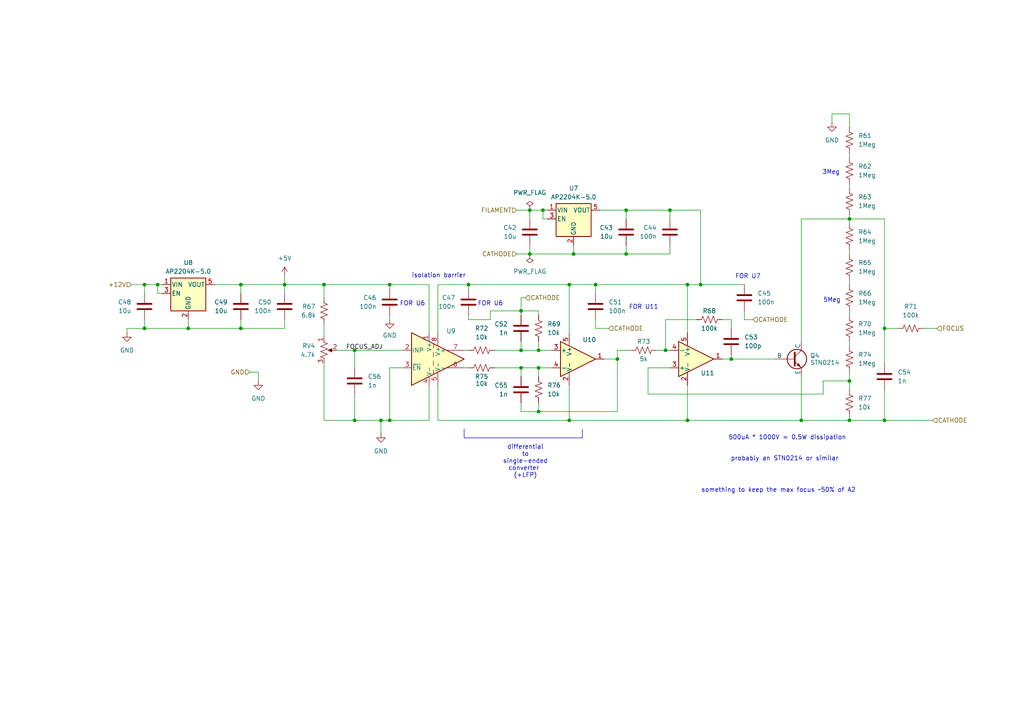
<source format=kicad_sch>
(kicad_sch (version 20250114) (generator "eeschema") (generator_version "9.0")
  (paper "A4")
  (lib_symbols
    (symbol "Amplifier_Difference:AMC1311" (pin_names (offset 0.127))
      (property "Reference" "U" (at 7.62 8.89 0))
      (property "Value" "AMC1311" (at 1.27 6.35 0))
      (symbol "AMC1311_0_1"
        (polyline (pts (xy -7.62 -7.62) (xy -7.62 7.62) (xy 7.62 0) (xy -7.62 -7.62)) (stroke (width 0.254)) (fill (type background)))
        (polyline (pts (xy -1.27 4.445) (xy -1.27 3.175)))
        (polyline (pts (xy -1.27 1.905) (xy -1.27 0.635)))
        (polyline (pts (xy -1.27 -0.635) (xy -1.27 -1.905)))
        (polyline (pts (xy -1.27 -3.175) (xy -1.27 -4.445)))
      )
      (symbol "AMC1311_1_1"
        (pin input line (at -10.16 2.54 0) (length 2.54) (name "INP") (number "2"))
        (pin input line (at -10.16 -2.54 0) (length 2.54) (name "~{EN}") (number "3"))
        (pin power_in line (at -2.54 7.62 270) (length 2.54) (name "V+") (number "1"))
        (pin power_in line (at -2.54 -7.62 90) (length 2.54) (name "V-") (number "4"))
        (pin power_in line (at 0 7.62 270) (length 3.81) (name "V+") (number "8"))
        (pin power_in line (at 0 -7.62 90) (length 3.81) (name "V-") (number "5"))
        (pin output line (at 7.62 2.54 180) (length 5.08) (name "+") (number "7"))
        (pin output line (at 7.62 -2.54 180) (length 5.08) (name "-") (number "6"))
      )
    )
    (symbol "Amplifier_Operational:TLV2371DBV" (pin_names (offset 0.127))
      (property "Reference" "U" (at -1.27 6.35 0))
      (property "Value" "TLV2371DBV" (at -1.27 3.81 0))
      (symbol "TLV2371DBV_0_1"
        (polyline (pts (xy -5.08 5.08) (xy 5.08 0) (xy -5.08 -5.08) (xy -5.08 5.08)) (stroke (width 0.254)) (fill (type background)))
        (pin power_in line (at -2.54 7.62 270) (length 3.81) (name "V+") (number "5"))
        (pin power_in line (at -2.54 -7.62 90) (length 3.81) (name "V-") (number "2"))
      )
      (symbol "TLV2371DBV_1_1"
        (pin input line (at -7.62 2.54 0) (length 2.54) (name "+") (number "3"))
        (pin input line (at -7.62 -2.54 0) (length 2.54) (name "-") (number "4"))
        (pin output line (at 7.62 0 180) (length 2.54) (name "~") (number "1"))
      )
    )
    (symbol "Device:C" (pin_numbers (hide yes)) (pin_names (offset 0.254))
      (property "Reference" "C" (at 0.635 2.54 0))
      (property "Value" "C" (at 0.635 -2.54 0))
      (symbol "C_0_1"
        (polyline (pts (xy -2.032 0.762) (xy 2.032 0.762)) (stroke (width 0.508)))
        (polyline (pts (xy -2.032 -0.762) (xy 2.032 -0.762)) (stroke (width 0.508)))
      )
      (symbol "C_1_1"
        (pin passive line (at 0 3.81 270) (length 2.794) (name "~") (number "1"))
        (pin passive line (at 0 -3.81 90) (length 2.794) (name "~") (number "2"))
      )
    )
    (symbol "Device:R_Potentiometer_US" (pin_names (offset 1.016) (hide yes))
      (property "Reference" "RV" (at -4.445 0 90))
      (property "Value" "R_Potentiometer_US" (at -2.54 0 90))
      (symbol "R_Potentiometer_US_0_1"
        (polyline (pts (xy 0 2.54) (xy 0 2.286)))
        (polyline (pts (xy 0 2.286) (xy 1.016 1.905) (xy 0 1.524) (xy -1.016 1.143) (xy 0 0.762)))
        (polyline (pts (xy 0 0.762) (xy 1.016 0.381) (xy 0 0) (xy -1.016 -0.381) (xy 0 -0.762)))
        (polyline (pts (xy 0 -0.762) (xy 1.016 -1.143) (xy 0 -1.524) (xy -1.016 -1.905) (xy 0 -2.286)))
        (polyline (pts (xy 0 -2.286) (xy 0 -2.54)))
        (polyline (pts (xy 1.143 0) (xy 2.286 0.508) (xy 2.286 -0.508) (xy 1.143 0)) (fill (type outline)))
        (polyline (pts (xy 2.54 0) (xy 1.524 0)))
      )
      (symbol "R_Potentiometer_US_1_1"
        (pin passive line (at 0 3.81 270) (length 1.27) (name "1") (number "1"))
        (pin passive line (at 0 -3.81 90) (length 1.27) (name "3") (number "3"))
        (pin passive line (at 3.81 0 180) (length 1.27) (name "2") (number "2"))
      )
    )
    (symbol "Device:R_US" (pin_numbers (hide yes)) (pin_names (offset 0))
      (property "Reference" "R" (at 2.54 0 90))
      (property "Value" "R_US" (at -2.54 0 90))
      (symbol "R_US_0_1"
        (polyline (pts (xy 0 2.286) (xy 0 2.54)))
        (polyline (pts (xy 0 2.286) (xy 1.016 1.905) (xy 0 1.524) (xy -1.016 1.143) (xy 0 0.762)))
        (polyline (pts (xy 0 0.762) (xy 1.016 0.381) (xy 0 0) (xy -1.016 -0.381) (xy 0 -0.762)))
        (polyline (pts (xy 0 -0.762) (xy 1.016 -1.143) (xy 0 -1.524) (xy -1.016 -1.905) (xy 0 -2.286)))
        (polyline (pts (xy 0 -2.286) (xy 0 -2.54)))
      )
      (symbol "R_US_1_1"
        (pin passive line (at 0 3.81 270) (length 1.27) (name "~") (number "1"))
        (pin passive line (at 0 -3.81 90) (length 1.27) (name "~") (number "2"))
      )
    )
    (symbol "Regulator_Linear:AP2204K-5.0" (pin_names (offset 0.254))
      (property "Reference" "U" (at -5.08 5.715 0))
      (property "Value" "AP2204K-5.0" (at 0 5.715 0))
      (symbol "AP2204K-5.0_0_1"
        (rectangle (start -5.08 4.445) (end 5.08 -5.08) (stroke (width 0.254)) (fill (type background)))
      )
      (symbol "AP2204K-5.0_1_1"
        (pin power_in line (at -7.62 2.54 0) (length 2.54) (name "VIN") (number "1"))
        (pin input line (at -7.62 0 0) (length 2.54) (name "EN") (number "3"))
        (pin power_in line (at 0 -7.62 90) (length 2.54) (name "GND") (number "2"))
        (pin no_connect line (at 5.08 0 180) (length 2.54) (hide yes) (name "NC") (number "4"))
        (pin power_out line (at 7.62 2.54 180) (length 2.54) (name "VOUT") (number "5"))
      )
    )
    (symbol "Simulation_SPICE:NPN" (pin_numbers (hide yes)) (pin_names (offset 0))
      (property "Reference" "Q" (at -2.54 7.62 0))
      (property "Value" "NPN" (at -2.54 5.08 0))
      (symbol "NPN_0_1"
        (polyline (pts (xy -2.54 0) (xy 0.635 0)) (stroke (width 0.1524)))
        (polyline (pts (xy 0.635 1.905) (xy 0.635 -1.905) (xy 0.635 -1.905)) (stroke (width 0.508)))
        (polyline (pts (xy 0.635 0.635) (xy 2.54 2.54)))
        (polyline (pts (xy 0.635 -0.635) (xy 2.54 -2.54) (xy 2.54 -2.54)))
        (circle (center 1.27 0) (radius 2.8194) (stroke (width 0.254)))
        (polyline (pts (xy 1.27 -1.778) (xy 1.778 -1.27) (xy 2.286 -2.286) (xy 1.27 -1.778) (xy 1.27 -1.778)) (fill (type outline)))
        (polyline (pts (xy 2.794 -1.27) (xy 2.794 -1.27)) (stroke (width 0.1524)))
        (polyline (pts (xy 2.794 -1.27) (xy 2.794 -1.27)) (stroke (width 0.1524)))
      )
      (symbol "NPN_1_1"
        (pin input line (at -5.08 0 0) (length 2.54) (name "B") (number "2"))
        (pin open_collector line (at 2.54 5.08 270) (length 2.54) (name "C") (number "1"))
        (pin open_emitter line (at 2.54 -5.08 90) (length 2.54) (name "E") (number "3"))
      )
    )
    (symbol "TLV2371DBV_1" (pin_names (offset 0.127))
      (property "Reference" "U7" (at 12.7 6.4202 0))
      (property "Value" "TLV2371DBV" (at 12.7 3.8802 0))
      (symbol "TLV2371DBV_1_0_1"
        (polyline (pts (xy -5.08 5.08) (xy 5.08 0) (xy -5.08 -5.08) (xy -5.08 5.08)) (stroke (width 0.254)) (fill (type background)))
        (pin power_in line (at -2.54 7.62 270) (length 3.81) (name "V+") (number "5"))
        (pin power_in line (at -2.54 -7.62 90) (length 3.81) (name "V-") (number "2"))
      )
      (symbol "TLV2371DBV_1_1_1"
        (pin input line (at -7.62 2.54 0) (length 2.54) (name "-") (number "4"))
        (pin input line (at -7.62 -2.54 0) (length 2.54) (name "+") (number "3"))
        (pin output line (at 7.62 0 180) (length 2.54) (name "~") (number "1"))
      )
    )
    (symbol "power:+5V" (power) (pin_numbers (hide yes)) (pin_names (offset 0) (hide yes))
      (property "Value" "+5V" (at 0 3.556 0))
      (symbol "+5V_0_1"
        (polyline (pts (xy -0.762 1.27) (xy 0 2.54)))
        (polyline (pts (xy 0 2.54) (xy 0.762 1.27)))
        (polyline (pts (xy 0 0) (xy 0 2.54)))
      )
      (symbol "+5V_1_1"
        (pin power_in line (at 0 0 90) (length 0) (name "~") (number "1"))
      )
    )
    (symbol "power:GND" (power) (pin_numbers (hide yes)) (pin_names (offset 0) (hide yes))
      (property "Value" "GND" (at 0 -3.81 0))
      (symbol "GND_0_1"
        (polyline (pts (xy 0 0) (xy 0 -1.27) (xy 1.27 -1.27) (xy 0 -2.54) (xy -1.27 -1.27) (xy 0 -1.27)))
      )
      (symbol "GND_1_1"
        (pin power_in line (at 0 0 270) (length 0) (name "~") (number "1"))
      )
    )
    (symbol "power:PWR_FLAG" (power) (pin_numbers (hide yes)) (pin_names (offset 0) (hide yes))
      (property "Value" "PWR_FLAG" (at 0 3.81 0))
      (symbol "PWR_FLAG_0_0"
        (pin power_out line (at 0 0 90) (length 0) (name "~") (number "1"))
      )
      (symbol "PWR_FLAG_0_1"
        (polyline (pts (xy 0 0) (xy 0 1.27) (xy -1.016 1.905) (xy 0 2.54) (xy 1.016 1.905) (xy 0 1.27)))
      )
    )
  )
  (text "isolation barrier" (at 127.254 80.01 0) (effects (font (size 1.27 1.27))))
  (text "probably an STN0214 or similar" (at 227.584 133.096 0) (effects (font (size 1.27 1.27))))
  (text "differential\nto\nsingle-ended\nconverter \n(+LFP)" (at 152.4 133.858 0) (effects (font (size 1.27 1.27))))
  (text "something to keep the max focus ~50% of A2" (at 225.806 142.24 0) (effects (font (size 1.27 1.27))))
  (text "FOR U11" (at 186.69 89.154 0) (effects (font (size 1.27 1.27))))
  (text "3Meg" (at 241.046 50.038 0) (effects (font (size 1.27 1.27))))
  (text "FOR U7" (at 216.916 80.264 0) (effects (font (size 1.27 1.27))))
  (text "FOR U6" (at 142.24 88.138 0) (effects (font (size 1.27 1.27))))
  (text "500uA * 1000V = 0.5W dissipation" (at 228.346 127 0) (effects (font (size 1.27 1.27))))
  (text "FOR U6" (at 119.634 88.138 0) (effects (font (size 1.27 1.27))))
  (text "5Meg" (at 241.3 87.122 0) (effects (font (size 1.27 1.27))))
  (junction (at 54.61 95.25))
  (junction (at 156.21 119.38))
  (junction (at 151.13 90.17))
  (junction (at 156.21 101.6))
  (junction (at 102.87 121.92))
  (junction (at 194.31 60.96))
  (junction (at 151.13 101.6))
  (junction (at 113.03 82.55))
  (junction (at 165.1 82.55))
  (junction (at 82.55 82.55))
  (junction (at 157.48 60.96))
  (junction (at 156.21 106.68))
  (junction (at 41.91 95.25))
  (junction (at 179.07 104.14))
  (junction (at 113.03 121.92))
  (junction (at 256.54 121.92))
  (junction (at 165.1 121.92))
  (junction (at 256.54 95.25))
  (junction (at 69.85 95.25))
  (junction (at 151.13 106.68))
  (junction (at 246.38 110.49))
  (junction (at 110.49 121.92))
  (junction (at 153.67 60.96))
  (junction (at 246.38 121.92))
  (junction (at 203.2 82.55))
  (junction (at 166.37 73.66))
  (junction (at 199.39 82.55))
  (junction (at 232.41 121.92))
  (junction (at 69.85 82.55))
  (junction (at 45.72 82.55))
  (junction (at 102.87 101.6))
  (junction (at 135.89 82.55))
  (junction (at 172.72 82.55))
  (junction (at 181.61 73.66))
  (junction (at 199.39 121.92))
  (junction (at 212.09 104.14))
  (junction (at 246.38 63.5))
  (junction (at 93.98 82.55))
  (junction (at 41.91 82.55))
  (junction (at 181.61 60.96))
  (junction (at 153.67 73.66))
  (junction (at 193.04 101.6))
  (wire (pts (xy 69.85 82.55) (xy 82.55 82.55)))
  (wire (pts (xy 151.13 90.17) (xy 156.21 90.17)))
  (wire (pts (xy 246.38 81.28) (xy 246.38 82.55)))
  (wire (pts (xy 246.38 90.17) (xy 246.38 91.44)))
  (wire (pts (xy 149.86 73.66) (xy 153.67 73.66)))
  (wire (pts (xy 93.98 82.55) (xy 113.03 82.55)))
  (wire (pts (xy 110.49 121.92) (xy 110.49 125.73)))
  (wire (pts (xy 113.03 106.68) (xy 113.03 121.92)))
  (wire (pts (xy 156.21 90.17) (xy 156.21 91.44)))
  (wire (pts (xy 151.13 90.17) (xy 151.13 91.44)))
  (wire (pts (xy 69.85 95.25) (xy 82.55 95.25)))
  (wire (pts (xy 143.51 101.6) (xy 151.13 101.6)))
  (wire (pts (xy 36.83 95.25) (xy 41.91 95.25)))
  (wire (pts (xy 246.38 121.92) (xy 256.54 121.92)))
  (wire (pts (xy 36.83 96.52) (xy 36.83 95.25)))
  (wire (pts (xy 199.39 121.92) (xy 232.41 121.92)))
  (wire (pts (xy 172.72 95.25) (xy 172.72 92.71)))
  (wire (pts (xy 156.21 116.84) (xy 156.21 119.38)))
  (wire (pts (xy 82.55 82.55) (xy 93.98 82.55)))
  (wire (pts (xy 172.72 82.55) (xy 172.72 85.09)))
  (wire (pts (xy 246.38 63.5) (xy 246.38 64.77)))
  (wire (pts (xy 209.55 92.71) (xy 212.09 92.71)))
  (wire (pts (xy 172.72 82.55) (xy 199.39 82.55)))
  (wire (pts (xy 142.24 92.71) (xy 142.24 90.17)))
  (wire (pts (xy 241.3 33.02) (xy 241.3 35.56)))
  (wire (pts (xy 194.31 106.68) (xy 187.96 106.68)))
  (wire (pts (xy 190.5 101.6) (xy 193.04 101.6)))
  (wire (pts (xy 165.1 111.76) (xy 165.1 121.92)))
  (wire (pts (xy 153.67 73.66) (xy 166.37 73.66)))
  (wire (pts (xy 238.76 114.3) (xy 187.96 114.3)))
  (wire (pts (xy 124.46 121.92) (xy 113.03 121.92)))
  (wire (pts (xy 93.98 82.55) (xy 93.98 86.36)))
  (wire (pts (xy 72.39 107.95) (xy 74.93 107.95)))
  (wire (pts (xy 45.72 82.55) (xy 46.99 82.55)))
  (wire (pts (xy 151.13 101.6) (xy 156.21 101.6)))
  (wire (pts (xy 165.1 121.92) (xy 199.39 121.92)))
  (wire (pts (xy 143.51 106.68) (xy 151.13 106.68)))
  (wire (pts (xy 166.37 71.12) (xy 166.37 73.66)))
  (wire (pts (xy 158.75 63.5) (xy 157.48 63.5)))
  (wire (pts (xy 215.9 82.55) (xy 203.2 82.55)))
  (wire (pts (xy 135.89 82.55) (xy 165.1 82.55)))
  (wire (pts (xy 45.72 85.09) (xy 45.72 82.55)))
  (wire (pts (xy 203.2 82.55) (xy 199.39 82.55)))
  (wire (pts (xy 179.07 104.14) (xy 179.07 101.6)))
  (wire (pts (xy 156.21 106.68) (xy 156.21 109.22)))
  (wire (pts (xy 113.03 82.55) (xy 113.03 83.82)))
  (wire (pts (xy 156.21 106.68) (xy 160.02 106.68)))
  (wire (pts (xy 157.48 63.5) (xy 157.48 60.96)))
  (wire (pts (xy 246.38 99.06) (xy 246.38 100.33)))
  (wire (pts (xy 193.04 101.6) (xy 194.31 101.6)))
  (wire (pts (xy 256.54 95.25) (xy 256.54 105.41)))
  (wire (pts (xy 41.91 82.55) (xy 45.72 82.55)))
  (wire (pts (xy 256.54 121.92) (xy 270.51 121.92)))
  (wire (pts (xy 151.13 106.68) (xy 156.21 106.68)))
  (wire (pts (xy 151.13 86.36) (xy 151.13 90.17)))
  (wire (pts (xy 181.61 73.66) (xy 194.31 73.66)))
  (wire (pts (xy 212.09 92.71) (xy 212.09 95.25)))
  (wire (pts (xy 179.07 119.38) (xy 179.07 104.14)))
  (wire (pts (xy 201.93 92.71) (xy 193.04 92.71)))
  (wire (pts (xy 38.1 82.55) (xy 41.91 82.55)))
  (wire (pts (xy 179.07 101.6) (xy 182.88 101.6)))
  (wire (pts (xy 181.61 73.66) (xy 181.61 71.12)))
  (wire (pts (xy 173.99 60.96) (xy 181.61 60.96)))
  (wire (pts (xy 151.13 106.68) (xy 151.13 109.22)))
  (wire (pts (xy 246.38 53.34) (xy 246.38 54.61)))
  (wire (pts (xy 194.31 60.96) (xy 203.2 60.96)))
  (wire (pts (xy 113.03 91.44) (xy 113.03 92.71)))
  (wire (pts (xy 62.23 82.55) (xy 69.85 82.55)))
  (wire (pts (xy 246.38 63.5) (xy 256.54 63.5)))
  (wire (pts (xy 135.89 92.71) (xy 142.24 92.71)))
  (wire (pts (xy 232.41 121.92) (xy 246.38 121.92)))
  (polyline (pts (xy 134.62 124.46) (xy 134.62 127)))
  (wire (pts (xy 54.61 92.71) (xy 54.61 95.25)))
  (wire (pts (xy 215.9 92.71) (xy 218.44 92.71)))
  (wire (pts (xy 41.91 82.55) (xy 41.91 85.09)))
  (wire (pts (xy 165.1 82.55) (xy 165.1 96.52)))
  (wire (pts (xy 127 82.55) (xy 135.89 82.55)))
  (wire (pts (xy 181.61 60.96) (xy 194.31 60.96)))
  (wire (pts (xy 134.62 101.6) (xy 135.89 101.6)))
  (wire (pts (xy 102.87 121.92) (xy 110.49 121.92)))
  (wire (pts (xy 93.98 121.92) (xy 93.98 105.41)))
  (wire (pts (xy 153.67 60.96) (xy 153.67 63.5)))
  (wire (pts (xy 175.26 104.14) (xy 179.07 104.14)))
  (wire (pts (xy 212.09 104.14) (xy 224.79 104.14)))
  (wire (pts (xy 246.38 62.23) (xy 246.38 63.5)))
  (wire (pts (xy 246.38 110.49) (xy 238.76 110.49)))
  (wire (pts (xy 199.39 111.76) (xy 199.39 121.92)))
  (wire (pts (xy 193.04 92.71) (xy 193.04 101.6)))
  (wire (pts (xy 246.38 72.39) (xy 246.38 73.66)))
  (wire (pts (xy 246.38 44.45) (xy 246.38 45.72)))
  (polyline (pts (xy 134.62 127) (xy 168.91 127)))
  (wire (pts (xy 153.67 60.96) (xy 157.48 60.96)))
  (wire (pts (xy 267.97 95.25) (xy 271.78 95.25)))
  (wire (pts (xy 93.98 121.92) (xy 102.87 121.92)))
  (wire (pts (xy 116.84 106.68) (xy 113.03 106.68)))
  (wire (pts (xy 153.67 71.12) (xy 153.67 73.66)))
  (wire (pts (xy 127 111.76) (xy 127 121.92)))
  (wire (pts (xy 241.3 33.02) (xy 246.38 33.02)))
  (wire (pts (xy 212.09 102.87) (xy 212.09 104.14)))
  (wire (pts (xy 135.89 106.68) (xy 134.62 106.68)))
  (wire (pts (xy 156.21 119.38) (xy 179.07 119.38)))
  (wire (pts (xy 157.48 60.96) (xy 158.75 60.96)))
  (wire (pts (xy 113.03 121.92) (xy 110.49 121.92)))
  (wire (pts (xy 41.91 92.71) (xy 41.91 95.25)))
  (polyline (pts (xy 168.91 124.46) (xy 168.91 127)))
  (wire (pts (xy 82.55 82.55) (xy 82.55 85.09)))
  (wire (pts (xy 166.37 73.66) (xy 181.61 73.66)))
  (wire (pts (xy 232.41 109.22) (xy 232.41 121.92)))
  (wire (pts (xy 41.91 95.25) (xy 54.61 95.25)))
  (wire (pts (xy 232.41 63.5) (xy 246.38 63.5)))
  (wire (pts (xy 215.9 90.17) (xy 215.9 92.71)))
  (wire (pts (xy 102.87 114.3) (xy 102.87 121.92)))
  (wire (pts (xy 256.54 95.25) (xy 260.35 95.25)))
  (wire (pts (xy 149.86 60.96) (xy 153.67 60.96)))
  (wire (pts (xy 209.55 104.14) (xy 212.09 104.14)))
  (wire (pts (xy 194.31 73.66) (xy 194.31 71.12)))
  (wire (pts (xy 142.24 90.17) (xy 151.13 90.17)))
  (wire (pts (xy 82.55 80.01) (xy 82.55 82.55)))
  (wire (pts (xy 238.76 110.49) (xy 238.76 114.3)))
  (wire (pts (xy 152.4 86.36) (xy 151.13 86.36)))
  (wire (pts (xy 82.55 95.25) (xy 82.55 92.71)))
  (wire (pts (xy 93.98 93.98) (xy 93.98 97.79)))
  (wire (pts (xy 54.61 95.25) (xy 69.85 95.25)))
  (wire (pts (xy 199.39 82.55) (xy 199.39 96.52)))
  (wire (pts (xy 46.99 85.09) (xy 45.72 85.09)))
  (wire (pts (xy 165.1 82.55) (xy 172.72 82.55)))
  (wire (pts (xy 246.38 36.83) (xy 246.38 33.02)))
  (wire (pts (xy 246.38 107.95) (xy 246.38 110.49)))
  (wire (pts (xy 74.93 107.95) (xy 74.93 110.49)))
  (wire (pts (xy 151.13 99.06) (xy 151.13 101.6)))
  (wire (pts (xy 246.38 120.65) (xy 246.38 121.92)))
  (wire (pts (xy 113.03 82.55) (xy 124.46 82.55)))
  (wire (pts (xy 124.46 82.55) (xy 124.46 96.52)))
  (wire (pts (xy 156.21 99.06) (xy 156.21 101.6)))
  (wire (pts (xy 256.54 63.5) (xy 256.54 95.25)))
  (wire (pts (xy 135.89 82.55) (xy 135.89 83.82)))
  (wire (pts (xy 69.85 95.25) (xy 69.85 92.71)))
  (wire (pts (xy 102.87 101.6) (xy 116.84 101.6)))
  (wire (pts (xy 135.89 91.44) (xy 135.89 92.71)))
  (wire (pts (xy 181.61 60.96) (xy 181.61 63.5)))
  (wire (pts (xy 127 121.92) (xy 165.1 121.92)))
  (wire (pts (xy 151.13 119.38) (xy 156.21 119.38)))
  (wire (pts (xy 124.46 111.76) (xy 124.46 121.92)))
  (wire (pts (xy 127 82.55) (xy 127 96.52)))
  (wire (pts (xy 203.2 60.96) (xy 203.2 82.55)))
  (wire (pts (xy 172.72 95.25) (xy 176.53 95.25)))
  (wire (pts (xy 187.96 106.68) (xy 187.96 114.3)))
  (wire (pts (xy 69.85 82.55) (xy 69.85 85.09)))
  (wire (pts (xy 97.79 101.6) (xy 102.87 101.6)))
  (wire (pts (xy 256.54 113.03) (xy 256.54 121.92)))
  (wire (pts (xy 232.41 99.06) (xy 232.41 63.5)))
  (wire (pts (xy 194.31 60.96) (xy 194.31 63.5)))
  (wire (pts (xy 102.87 101.6) (xy 102.87 106.68)))
  (wire (pts (xy 151.13 116.84) (xy 151.13 119.38)))
  (wire (pts (xy 156.21 101.6) (xy 160.02 101.6)))
  (wire (pts (xy 246.38 110.49) (xy 246.38 113.03)))
  (label "FOCUS_ADJ" (at 100.33 101.6 0))
  (hierarchical_label "CATHODE" (shape input) (at 149.86 73.66 180))
  (hierarchical_label "CATHODE" (shape input) (at 152.4 86.36 0))
  (hierarchical_label "FOCUS" (shape input) (at 271.78 95.25 0))
  (hierarchical_label "GND" (shape input) (at 72.39 107.95 180))
  (hierarchical_label "CATHODE" (shape input) (at 270.51 121.92 0))
  (hierarchical_label "CATHODE" (shape input) (at 176.53 95.25 0))
  (hierarchical_label "CATHODE" (shape input) (at 218.44 92.71 0))
  (hierarchical_label "FILAMENT" (shape input) (at 149.86 60.96 180))
  (hierarchical_label "+12V" (shape input) (at 38.1 82.55 180))
  (symbol (lib_id "Device:R_US") (at 156.21 113.03 0) (unit 1)
    (property "Reference" "R76" (at 158.75 111.7599 0) (effects (justify left)))
    (property "Value" "10k" (at 158.75 114.2999 0) (effects (justify left)))
    (property "Footprint" "Resistor_SMD:R_0603_1608Metric" (effects (hide yes)))
    (property "Description" "Resistor, US symbol" (effects (hide yes)))
  )
  (symbol (lib_id "Device:C") (at 113.03 87.63 0) (mirror y) (unit 1)
    (property "Reference" "C46" (at 109.22 86.3599 0) (effects (justify left)))
    (property "Value" "100n" (at 109.22 88.8999 0) (effects (justify left)))
    (property "Footprint" "Capacitor_SMD:C_0603_1608Metric" (effects (hide yes)))
    (property "Description" "Unpolarized capacitor" (effects (hide yes)))
  )
  (symbol (lib_id "Device:R_US") (at 246.38 58.42 0) (unit 1)
    (property "Reference" "R63" (at 248.92 57.1499 0) (effects (justify left)))
    (property "Value" "1Meg" (at 248.92 59.6899 0) (effects (justify left)))
    (property "Footprint" "Resistor_SMD:R_1206_3216Metric" (effects (hide yes)))
    (property "Description" "Resistor, US symbol" (effects (hide yes)))
  )
  (symbol (lib_id "power:GND") (at 110.49 125.73 0) (unit 1)
    (property "Reference" "#PWR050" (effects (hide yes)))
    (property "Value" "GND" (at 110.49 130.81 0))
    (property "Description" "Power symbol creates a global label with name \"GND\" , ground" (effects (hide yes)))
  )
  (symbol (lib_name "TLV2371DBV_1") (lib_id "Amplifier_Operational:TLV2371DBV") (at 201.93 104.14 0) (unit 1)
    (property "Reference" "U11" (at 205.232 108.204 0))
    (property "Value" "TLV314QDBVR" (effects (hide yes)))
    (property "Footprint" "Package_TO_SOT_SMD:SOT-23-5" (effects (hide yes)))
    (property "Datasheet" "http://www.ti.com/lit/ds/symlink/tlv2375.pdf" (effects (hide yes)))
    (property "Description" "Rail-to-Rail Input/Output Operational Amplifier, SOT-23-5" (effects (hide yes)))
  )
  (symbol (lib_id "Regulator_Linear:AP2204K-5.0") (at 166.37 63.5 0) (unit 1)
    (property "Reference" "U7" (at 166.37 54.61 0))
    (property "Value" "AP2204K-5.0" (at 166.37 57.15 0))
    (property "Footprint" "Package_TO_SOT_SMD:SOT-23-5" (effects (hide yes)))
    (property "Datasheet" "https://www.diodes.com/assets/Datasheets/AP2204.pdf" (effects (hide yes)))
    (property "Description" "150mA low dropout linear regulator, wide input voltage range, 5.0V fixed positive output, SOT-23-5" (effects (hide yes)))
  )
  (symbol (lib_id "Device:C") (at 194.31 67.31 0) (mirror y) (unit 1)
    (property "Reference" "C44" (at 190.5 66.0399 0) (effects (justify left)))
    (property "Value" "100n" (at 190.5 68.5799 0) (effects (justify left)))
    (property "Footprint" "Capacitor_SMD:C_0603_1608Metric" (effects (hide yes)))
    (property "Description" "Unpolarized capacitor" (effects (hide yes)))
  )
  (symbol (lib_id "power:PWR_FLAG") (at 153.67 60.96 0) (unit 1)
    (property "Reference" "#FLG04" (effects (hide yes)))
    (property "Value" "PWR_FLAG" (at 153.67 55.88 0))
    (property "Description" "Special symbol for telling ERC where power comes from" (effects (hide yes)))
  )
  (symbol (lib_id "Device:C") (at 256.54 109.22 0) (unit 1)
    (property "Reference" "C54" (at 260.35 107.9499 0) (effects (justify left)))
    (property "Value" "1n" (at 260.35 110.4899 0) (effects (justify left)))
    (property "Footprint" "Capacitor_SMD:C_1206_3216Metric" (effects (hide yes)))
    (property "Description" "Unpolarized capacitor" (effects (hide yes)))
  )
  (symbol (lib_id "Device:C") (at 135.89 87.63 0) (mirror y) (unit 1)
    (property "Reference" "C47" (at 132.08 86.3599 0) (effects (justify left)))
    (property "Value" "100n" (at 132.08 88.8999 0) (effects (justify left)))
    (property "Footprint" "Capacitor_SMD:C_0603_1608Metric" (effects (hide yes)))
    (property "Description" "Unpolarized capacitor" (effects (hide yes)))
  )
  (symbol (lib_id "Device:R_US") (at 156.21 95.25 0) (unit 1)
    (property "Reference" "R69" (at 158.75 93.9799 0) (effects (justify left)))
    (property "Value" "10k" (at 158.75 96.5199 0) (effects (justify left)))
    (property "Footprint" "Resistor_SMD:R_0603_1608Metric" (effects (hide yes)))
    (property "Description" "Resistor, US symbol" (effects (hide yes)))
  )
  (symbol (lib_id "Device:R_US") (at 246.38 40.64 0) (unit 1)
    (property "Reference" "R61" (at 248.92 39.3699 0) (effects (justify left)))
    (property "Value" "1Meg" (at 248.92 41.9099 0) (effects (justify left)))
    (property "Footprint" "Resistor_SMD:R_1206_3216Metric" (effects (hide yes)))
    (property "Description" "Resistor, US symbol" (effects (hide yes)))
  )
  (symbol (lib_id "Amplifier_Difference:AMC1311") (at 127 104.14 0) (unit 1)
    (property "Reference" "U9" (at 130.81 96.012 0))
    (property "Value" "AMC1311" (effects (hide yes)))
    (property "Footprint" "Package_SO:SOIC-8_7.5x5.85mm_P1.27mm" (effects (hide yes)))
    (property "Datasheet" "http://www.ti.com/lit/ds/symlink/amc1100.pdf" (effects (hide yes)))
    (property "Description" "Fully-differential isolated amplifier, fixed gain = 8, peak isolation voltage 4250V, transient immunity 2.5kV/us, UL1577/IEC60747-5-2 approved, SOIC-8" (effects (hide yes)))
  )
  (symbol (lib_id "Device:R_US") (at 93.98 90.17 0) (unit 1)
    (property "Reference" "R67" (at 87.63 88.9 0) (effects (justify left)))
    (property "Value" "6.8k" (at 87.376 91.44 0) (effects (justify left)))
    (property "Footprint" "Resistor_SMD:R_0603_1608Metric" (effects (hide yes)))
    (property "Description" "Resistor, US symbol" (effects (hide yes)))
  )
  (symbol (lib_id "Device:R_US") (at 246.38 86.36 0) (unit 1)
    (property "Reference" "R66" (at 248.92 85.0899 0) (effects (justify left)))
    (property "Value" "1Meg" (at 248.92 87.6299 0) (effects (justify left)))
    (property "Footprint" "Resistor_SMD:R_1206_3216Metric" (effects (hide yes)))
    (property "Description" "Resistor, US symbol" (effects (hide yes)))
  )
  (symbol (lib_id "Device:R_US") (at 246.38 104.14 0) (unit 1)
    (property "Reference" "R74" (at 248.92 102.8699 0) (effects (justify left)))
    (property "Value" "1Meg" (at 248.92 105.4099 0) (effects (justify left)))
    (property "Footprint" "Resistor_SMD:R_1206_3216Metric" (effects (hide yes)))
    (property "Description" "Resistor, US symbol" (effects (hide yes)))
  )
  (symbol (lib_id "Device:R_US") (at 139.7 101.6 90) (unit 1)
    (property "Reference" "R72" (at 139.7 95.25 90))
    (property "Value" "10k" (at 139.7 97.79 90))
    (property "Footprint" "Resistor_SMD:R_0603_1608Metric" (effects (hide yes)))
    (property "Description" "Resistor, US symbol" (effects (hide yes)))
  )
  (symbol (lib_id "Device:R_US") (at 246.38 77.47 0) (unit 1)
    (property "Reference" "R65" (at 248.92 76.1999 0) (effects (justify left)))
    (property "Value" "1Meg" (at 248.92 78.7399 0) (effects (justify left)))
    (property "Footprint" "Resistor_SMD:R_1206_3216Metric" (effects (hide yes)))
    (property "Description" "Resistor, US symbol" (effects (hide yes)))
  )
  (symbol (lib_id "Device:R_US") (at 264.16 95.25 90) (unit 1)
    (property "Reference" "R71" (at 264.16 88.9 90))
    (property "Value" "100k" (at 264.16 91.44 90))
    (property "Footprint" "Resistor_SMD:R_1206_3216Metric" (effects (hide yes)))
    (property "Description" "Resistor, US symbol" (effects (hide yes)))
  )
  (symbol (lib_id "power:GND") (at 36.83 96.52 0) (unit 1)
    (property "Reference" "#PWR048" (effects (hide yes)))
    (property "Value" "GND" (at 36.83 101.6 0))
    (property "Description" "Power symbol creates a global label with name \"GND\" , ground" (effects (hide yes)))
  )
  (symbol (lib_id "power:GND") (at 74.93 110.49 0) (unit 1)
    (property "Reference" "#PWR049" (effects (hide yes)))
    (property "Value" "GND" (at 74.93 115.57 0))
    (property "Description" "Power symbol creates a global label with name \"GND\" , ground" (effects (hide yes)))
  )
  (symbol (lib_id "Device:C") (at 212.09 99.06 0) (unit 1)
    (property "Reference" "C53" (at 215.9 97.7899 0) (effects (justify left)))
    (property "Value" "100p" (at 215.9 100.3299 0) (effects (justify left)))
    (property "Footprint" "Capacitor_SMD:C_0603_1608Metric" (effects (hide yes)))
    (property "Description" "Unpolarized capacitor" (effects (hide yes)))
  )
  (symbol (lib_id "Device:C") (at 82.55 88.9 0) (mirror y) (unit 1)
    (property "Reference" "C50" (at 78.74 87.6299 0) (effects (justify left)))
    (property "Value" "100n" (at 78.74 90.1699 0) (effects (justify left)))
    (property "Footprint" "Capacitor_SMD:C_0603_1608Metric" (effects (hide yes)))
    (property "Description" "Unpolarized capacitor" (effects (hide yes)))
  )
  (symbol (lib_id "Device:R_US") (at 246.38 49.53 0) (unit 1)
    (property "Reference" "R62" (at 248.92 48.2599 0) (effects (justify left)))
    (property "Value" "1Meg" (at 248.92 50.7999 0) (effects (justify left)))
    (property "Footprint" "Resistor_SMD:R_1206_3216Metric" (effects (hide yes)))
    (property "Description" "Resistor, US symbol" (effects (hide yes)))
  )
  (symbol (lib_id "Device:R_US") (at 186.69 101.6 90) (unit 1)
    (property "Reference" "R73" (at 186.69 99.06 90))
    (property "Value" "5k" (at 186.69 104.14 90))
    (property "Footprint" "Resistor_SMD:R_0603_1608Metric" (effects (hide yes)))
    (property "Description" "Resistor, US symbol" (effects (hide yes)))
  )
  (symbol (lib_id "Device:R_US") (at 246.38 68.58 0) (unit 1)
    (property "Reference" "R64" (at 248.92 67.3099 0) (effects (justify left)))
    (property "Value" "1Meg" (at 248.92 69.8499 0) (effects (justify left)))
    (property "Footprint" "Resistor_SMD:R_1206_3216Metric" (effects (hide yes)))
    (property "Description" "Resistor, US symbol" (effects (hide yes)))
  )
  (symbol (lib_id "Device:R_US") (at 139.7 106.68 90) (unit 1)
    (property "Reference" "R75" (at 139.7 109.22 90))
    (property "Value" "10k" (at 139.7 111.252 90))
    (property "Footprint" "Resistor_SMD:R_0603_1608Metric" (effects (hide yes)))
    (property "Description" "Resistor, US symbol" (effects (hide yes)))
  )
  (symbol (lib_id "Device:C") (at 102.87 110.49 0) (mirror y) (unit 1)
    (property "Reference" "C56" (at 106.68 109.2199 0) (effects (justify right)))
    (property "Value" "1n" (at 106.68 111.7599 0) (effects (justify right)))
    (property "Footprint" "Capacitor_SMD:C_0603_1608Metric" (effects (hide yes)))
    (property "Description" "Unpolarized capacitor" (effects (hide yes)))
  )
  (symbol (lib_id "Device:C") (at 41.91 88.9 0) (mirror y) (unit 1)
    (property "Reference" "C48" (at 38.1 87.6299 0) (effects (justify left)))
    (property "Value" "10u" (at 38.1 90.1699 0) (effects (justify left)))
    (property "Footprint" "Capacitor_SMD:C_0805_2012Metric" (effects (hide yes)))
    (property "Description" "Unpolarized capacitor" (effects (hide yes)))
  )
  (symbol (lib_id "Device:R_Potentiometer_US") (at 93.98 101.6 0) (unit 1)
    (property "Reference" "RV4" (at 91.44 100.3299 0) (effects (justify right)))
    (property "Value" "4.7k" (at 91.44 102.8699 0) (effects (justify right)))
    (property "Footprint" "Potentiometer_THT:Potentiometer_Bourns_3296W_Vertical" (effects (hide yes)))
    (property "Description" "Potentiometer, US symbol" (effects (hide yes)))
  )
  (symbol (lib_id "Device:C") (at 215.9 86.36 0) (unit 1)
    (property "Reference" "C45" (at 219.71 85.0899 0) (effects (justify left)))
    (property "Value" "100n" (at 219.71 87.6299 0) (effects (justify left)))
    (property "Footprint" "Capacitor_SMD:C_0603_1608Metric" (effects (hide yes)))
    (property "Description" "Unpolarized capacitor" (effects (hide yes)))
  )
  (symbol (lib_id "Device:R_US") (at 205.74 92.71 90) (unit 1)
    (property "Reference" "R68" (at 205.74 90.17 90))
    (property "Value" "100k" (at 205.74 95.25 90))
    (property "Footprint" "Resistor_SMD:R_0603_1608Metric" (effects (hide yes)))
    (property "Description" "Resistor, US symbol" (effects (hide yes)))
  )
  (symbol (lib_id "Device:C") (at 153.67 67.31 0) (mirror y) (unit 1)
    (property "Reference" "C42" (at 149.86 66.0399 0) (effects (justify left)))
    (property "Value" "10u" (at 149.86 68.5799 0) (effects (justify left)))
    (property "Footprint" "Capacitor_SMD:C_0805_2012Metric" (effects (hide yes)))
    (property "Description" "Unpolarized capacitor" (effects (hide yes)))
  )
  (symbol (lib_id "Regulator_Linear:AP2204K-5.0") (at 54.61 85.09 0) (unit 1)
    (property "Reference" "U8" (at 54.61 76.2 0))
    (property "Value" "AP2204K-5.0" (at 54.61 78.74 0))
    (property "Footprint" "Package_TO_SOT_SMD:SOT-23-5" (effects (hide yes)))
    (property "Datasheet" "https://www.diodes.com/assets/Datasheets/AP2204.pdf" (effects (hide yes)))
    (property "Description" "150mA low dropout linear regulator, wide input voltage range, 5.0V fixed positive output, SOT-23-5" (effects (hide yes)))
  )
  (symbol (lib_id "Amplifier_Operational:TLV2371DBV") (at 167.64 104.14 0) (unit 1)
    (property "Reference" "U10" (at 170.942 98.552 0))
    (property "Value" "TLV314QDBVR" (effects (hide yes)))
    (property "Footprint" "Package_TO_SOT_SMD:SOT-23-5" (effects (hide yes)))
    (property "Datasheet" "http://www.ti.com/lit/ds/symlink/tlv2375.pdf" (effects (hide yes)))
    (property "Description" "Rail-to-Rail Input/Output Operational Amplifier, SOT-23-5" (effects (hide yes)))
  )
  (symbol (lib_id "Simulation_SPICE:NPN") (at 229.87 104.14 0) (unit 1)
    (property "Reference" "Q4" (at 234.95 103.124 0) (effects (justify left)))
    (property "Value" "STN0214" (at 234.95 105.156 0) (effects (justify left)))
    (property "Footprint" "Package_TO_SOT_SMD:SOT-223-3_TabPin2" (effects (hide yes)))
    (property "Datasheet" "https://ngspice.sourceforge.io/docs/ngspice-html-manual/manual.xhtml#cha_BJTs" (effects (hide yes)))
    (property "Description" "Bipolar transistor symbol for simulation only, substrate tied to the emitter" (effects (hide yes)))
    (property "Sim.Device" "NPN" (effects (hide yes)))
    (property "Sim.Type" "GUMMELPOON" (effects (hide yes)))
    (property "Sim.Pins" "1=C 2=B 3=E" (effects (hide yes)))
  )
  (symbol (lib_id "Device:C") (at 181.61 67.31 0) (mirror y) (unit 1)
    (property "Reference" "C43" (at 177.8 66.0399 0) (effects (justify left)))
    (property "Value" "10u" (at 177.8 68.5799 0) (effects (justify left)))
    (property "Footprint" "Capacitor_SMD:C_0805_2012Metric" (effects (hide yes)))
    (property "Description" "Unpolarized capacitor" (effects (hide yes)))
  )
  (symbol (lib_id "Device:C") (at 172.72 88.9 0) (unit 1)
    (property "Reference" "C51" (at 176.53 87.6299 0) (effects (justify left)))
    (property "Value" "100n" (at 176.53 90.1699 0) (effects (justify left)))
    (property "Footprint" "Capacitor_SMD:C_0603_1608Metric" (effects (hide yes)))
    (property "Description" "Unpolarized capacitor" (effects (hide yes)))
  )
  (symbol (lib_id "power:+5V") (at 82.55 80.01 0) (unit 1)
    (property "Reference" "#PWR020" (effects (hide yes)))
    (property "Value" "+5V" (at 82.55 74.93 0))
    (property "Description" "Power symbol creates a global label with name \"+5V\"" (effects (hide yes)))
  )
  (symbol (lib_id "Device:C") (at 151.13 113.03 0) (unit 1)
    (property "Reference" "C55" (at 147.32 111.7599 0) (effects (justify right)))
    (property "Value" "1n" (at 147.32 114.2999 0) (effects (justify right)))
    (property "Footprint" "Capacitor_SMD:C_0603_1608Metric" (effects (hide yes)))
    (property "Description" "Unpolarized capacitor" (effects (hide yes)))
  )
  (symbol (lib_id "Device:R_US") (at 246.38 95.25 0) (unit 1)
    (property "Reference" "R70" (at 248.92 93.9799 0) (effects (justify left)))
    (property "Value" "1Meg" (at 248.92 96.5199 0) (effects (justify left)))
    (property "Footprint" "Resistor_SMD:R_1206_3216Metric" (effects (hide yes)))
    (property "Description" "Resistor, US symbol" (effects (hide yes)))
  )
  (symbol (lib_id "Device:R_US") (at 246.38 116.84 0) (unit 1)
    (property "Reference" "R77" (at 248.92 115.5699 0) (effects (justify left)))
    (property "Value" "10k" (at 248.92 118.1099 0) (effects (justify left)))
    (property "Footprint" "Resistor_SMD:R_0603_1608Metric" (effects (hide yes)))
    (property "Description" "Resistor, US symbol" (effects (hide yes)))
  )
  (symbol (lib_id "power:GND") (at 241.3 35.56 0) (unit 1)
    (property "Reference" "#PWR046" (effects (hide yes)))
    (property "Value" "GND" (at 241.3 40.64 0))
    (property "Description" "Power symbol creates a global label with name \"GND\" , ground" (effects (hide yes)))
  )
  (symbol (lib_id "Device:C") (at 69.85 88.9 0) (mirror y) (unit 1)
    (property "Reference" "C49" (at 66.04 87.6299 0) (effects (justify left)))
    (property "Value" "10u" (at 66.04 90.1699 0) (effects (justify left)))
    (property "Footprint" "Capacitor_SMD:C_0805_2012Metric" (effects (hide yes)))
    (property "Description" "Unpolarized capacitor" (effects (hide yes)))
  )
  (symbol (lib_id "power:PWR_FLAG") (at 153.67 73.66 180) (unit 1)
    (property "Reference" "#FLG05" (effects (hide yes)))
    (property "Value" "PWR_FLAG" (at 153.67 78.74 0))
    (property "Description" "Special symbol for telling ERC where power comes from" (effects (hide yes)))
  )
  (symbol (lib_id "Device:C") (at 151.13 95.25 0) (unit 1)
    (property "Reference" "C52" (at 147.32 93.9799 0) (effects (justify right)))
    (property "Value" "1n" (at 147.32 96.5199 0) (effects (justify right)))
    (property "Footprint" "Capacitor_SMD:C_0603_1608Metric" (effects (hide yes)))
    (property "Description" "Unpolarized capacitor" (effects (hide yes)))
  )
  (symbol (lib_id "power:GND") (at 113.03 92.71 0) (unit 1)
    (property "Reference" "#PWR047" (effects (hide yes)))
    (property "Value" "GND" (at 113.03 97.282 0))
    (property "Description" "Power symbol creates a global label with name \"GND\" , ground" (effects (hide yes)))
  )
)
</source>
